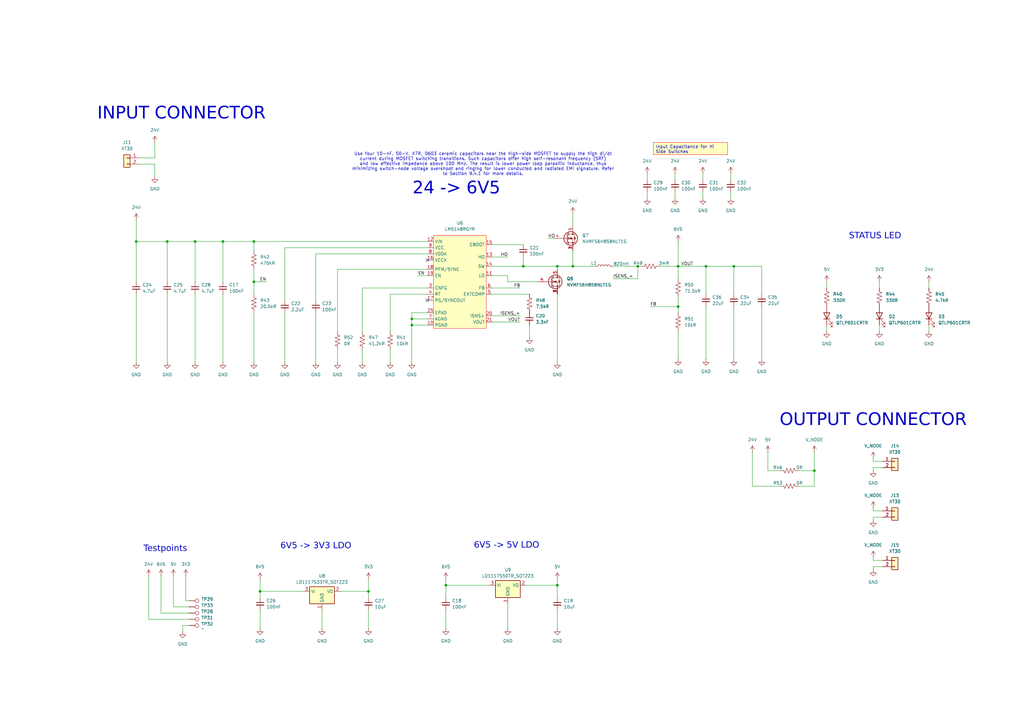
<source format=kicad_sch>
(kicad_sch (version 20231120) (generator "eeschema") (generator_version "8.0")
  (paper "A3")
  (title_block (title "${SHEETNAME}") (date "2024-12-16") (rev "1.0.0") (company "Demeter") (comment 1 "Akshat Doctor"))
  (lib_symbols
    (symbol "Connector:TestPoint" (pin_numbers hide) (pin_names (offset 0.762) hide)
      (property "Reference" "TP" (at 0 6.858 0))
      (property "Value" "TestPoint" (at 0 5.08 0))
      (symbol "TestPoint_0_1"
        (circle (center 0 3.302) (radius 0.762))
      )
      (symbol "TestPoint_1_1"
        (pin passive line (at 0 0 90) (length 2.54) (name "1") (number "1"))
      )
    )
    (symbol "Connector_Generic:Conn_01x02" (pin_names (offset 1.016) hide)
      (property "Reference" "J" (at 0 2.54 0))
      (property "Value" "Conn_01x02" (at 0 -5.08 0))
      (symbol "Conn_01x02_1_1"
        (rectangle (start -1.27 -2.413) (end 0 -2.667) (stroke (width 0.1524)))
        (rectangle (start -1.27 0.127) (end 0 -0.127) (stroke (width 0.1524)))
        (rectangle (start -1.27 1.27) (end 1.27 -3.81) (stroke (width 0.254)) (fill (type background)))
        (pin passive line (at -5.08 0 0) (length 3.81) (name "Pin_1") (number "1"))
        (pin passive line (at -5.08 -2.54 0) (length 3.81) (name "Pin_2") (number "2"))
      )
    )
    (symbol "Demeter_Extra:LM5148"
      (property "Reference" "U" (at 7.62 41.91 0))
      (property "Value" "LM5148RGYR" (at 7.62 39.37 0))
      (symbol "LM5148_1_1"
        (rectangle (start 0 38.1) (end 21.59 0) (stroke (width 0) (color 255 0 0 1)) (fill (type background)))
        (pin no_connect line (at -3.81 -8.89 0) (length 2.54) hide (name "NC") (number "1"))
        (pin passive line (at -2.54 1.27 0) (length 2.54) (name "PGND") (number "10"))
        (pin passive line (at 24.13 21.59 180) (length 2.54) (name "LO") (number "11"))
        (pin passive line (at -2.54 35.56 0) (length 2.54) (name "VIN") (number "12"))
        (pin passive line (at 24.13 29.21 180) (length 2.54) (name "HO") (number "13"))
        (pin passive line (at 24.13 25.4 180) (length 2.54) (name "SW") (number "14"))
        (pin passive line (at 24.13 34.29 180) (length 2.54) (name "CBOOT") (number "15"))
        (pin passive line (at -2.54 27.94 0) (length 2.54) (name "VCCX") (number "16"))
        (pin passive line (at -2.54 11.43 0) (length 2.54) (name "PG/SYNCOUT") (number "17"))
        (pin passive line (at -2.54 24.13 0) (length 2.54) (name "PFM/SYNC") (number "18"))
        (pin passive line (at -2.54 21.59 0) (length 2.54) (name "EN") (number "19"))
        (pin no_connect line (at -2.54 -11.43 0) (length 2.54) hide (name "NC") (number "2"))
        (pin passive line (at 24.13 5.08 180) (length 2.54) (name "ISNS+") (number "20"))
        (pin passive line (at 24.13 2.54 180) (length 2.54) (name "VOUT") (number "21"))
        (pin no_connect line (at -2.54 -15.24 0) (length 2.54) hide (name "NC") (number "22"))
        (pin no_connect line (at -2.54 -17.78 0) (length 2.54) hide (name "NC") (number "23"))
        (pin no_connect line (at -2.54 -20.32 0) (length 2.54) hide (name "NC") (number "24"))
        (pin passive line (at -2.54 6.35 0) (length 2.54) (name "EPAD") (number "25"))
        (pin passive line (at -2.54 16.51 0) (length 2.54) (name "CNFG") (number "3"))
        (pin passive line (at -2.54 13.97 0) (length 2.54) (name "RT") (number "4"))
        (pin passive line (at 24.13 13.97 180) (length 2.54) (name "EXTCOMP") (number "5"))
        (pin passive line (at 24.13 16.51 180) (length 2.54) (name "FB") (number "6"))
        (pin passive line (at -2.54 3.81 0) (length 2.54) (name "AGND") (number "7"))
        (pin passive line (at -2.54 30.48 0) (length 2.54) (name "VDDA") (number "8"))
        (pin passive line (at -2.54 33.02 0) (length 2.54) (name "VCC") (number "9"))
      )
    )
    (symbol "Demeter_Extra:NVMFS6H858NLT1G"
      (property "Reference" "Q" (at 7.62 16.51 0))
      (property "Value" "NVMFS6H858NLT1G" (at 7.62 13.97 0))
      (symbol "NVMFS6H858NLT1G_0_1"
        (polyline (pts (xy 5.334 0) (xy 2.54 0)))
        (polyline (pts (xy 5.334 1.905) (xy 5.334 -1.905)) (stroke (width 0.254)))
        (polyline (pts (xy 5.842 -1.27) (xy 5.842 -2.286)) (stroke (width 0.254)))
        (polyline (pts (xy 5.842 0.508) (xy 5.842 -0.508)) (stroke (width 0.254)))
        (polyline (pts (xy 5.842 2.286) (xy 5.842 1.27)) (stroke (width 0.254)))
        (polyline (pts (xy 7.62 2.54) (xy 7.62 1.778)))
        (polyline (pts (xy 7.62 -2.54) (xy 7.62 0) (xy 5.842 0)))
        (polyline (pts (xy 5.842 -1.778) (xy 8.382 -1.778) (xy 8.382 1.778) (xy 5.842 1.778)))
        (polyline (pts (xy 6.096 0) (xy 7.112 0.381) (xy 7.112 -0.381) (xy 6.096 0)) (fill (type outline)))
        (polyline (pts (xy 7.874 0.508) (xy 8.001 0.381) (xy 8.763 0.381) (xy 8.89 0.254)))
        (polyline (pts (xy 8.382 0.381) (xy 8.001 -0.254) (xy 8.763 -0.254) (xy 8.382 0.381)))
        (circle (center 6.731 0) (radius 2.794) (stroke (width 0.254)))
        (circle (center 7.62 -1.778) (radius 0.254) (fill (type outline)))
        (circle (center 7.62 1.778) (radius 0.254) (fill (type outline)))
      )
      (symbol "NVMFS6H858NLT1G_1_1"
        (pin passive line (at 7.62 -5.08 90) (length 2.54) (name "") (number "1"))
        (pin passive line (at 7.62 -5.08 90) (length 2.54) (name "") (number "2"))
        (pin passive line (at 7.62 -5.08 90) (length 2.54) (name "") (number "3"))
        (pin input line (at 0 0 0) (length 2.54) (name "") (number "4"))
        (pin passive line (at 7.62 5.08 270) (length 2.54) (name "") (number "5"))
      )
    )
    (symbol "Device:C_Small" (pin_numbers hide) (pin_names (offset 0.254) hide)
      (property "Reference" "C" (at 0.254 1.778 0))
      (property "Value" "C_Small" (at 0.254 -2.032 0))
      (symbol "C_Small_0_1"
        (polyline (pts (xy -1.524 -0.508) (xy 1.524 -0.508)) (stroke (width 0.3302)))
        (polyline (pts (xy -1.524 0.508) (xy 1.524 0.508)) (stroke (width 0.3048)))
      )
      (symbol "C_Small_1_1"
        (pin passive line (at 0 2.54 270) (length 2.032) (name "~") (number "1"))
        (pin passive line (at 0 -2.54 90) (length 2.032) (name "~") (number "2"))
      )
    )
    (symbol "Device:L" (pin_numbers hide) (pin_names (offset 1.016) hide)
      (property "Reference" "L" (at -1.27 0 90))
      (property "Value" "L" (at 1.905 0 90))
      (symbol "L_0_1"
        (arc (start 0 -2.54) (mid 0.6323 -1.905) (end 0 -1.27))
        (arc (start 0 -1.27) (mid 0.6323 -0.635) (end 0 0))
        (arc (start 0 0) (mid 0.6323 0.635) (end 0 1.27))
        (arc (start 0 1.27) (mid 0.6323 1.905) (end 0 2.54))
      )
      (symbol "L_1_1"
        (pin passive line (at 0 3.81 270) (length 1.27) (name "1") (number "1"))
        (pin passive line (at 0 -3.81 90) (length 1.27) (name "2") (number "2"))
      )
    )
    (symbol "Device:LED" (pin_numbers hide) (pin_names (offset 1.016) hide)
      (property "Reference" "D" (at 0 2.54 0))
      (property "Value" "LED" (at 0 -2.54 0))
      (symbol "LED_0_1"
        (polyline (pts (xy -1.27 -1.27) (xy -1.27 1.27)) (stroke (width 0.254)))
        (polyline (pts (xy -1.27 0) (xy 1.27 0)))
        (polyline (pts (xy 1.27 -1.27) (xy 1.27 1.27) (xy -1.27 0) (xy 1.27 -1.27)) (stroke (width 0.254)))
        (polyline (pts (xy -3.048 -0.762) (xy -4.572 -2.286) (xy -3.81 -2.286) (xy -4.572 -2.286) (xy -4.572 -1.524)))
        (polyline (pts (xy -1.778 -0.762) (xy -3.302 -2.286) (xy -2.54 -2.286) (xy -3.302 -2.286) (xy -3.302 -1.524)))
      )
      (symbol "LED_1_1"
        (pin passive line (at -3.81 0 0) (length 2.54) (name "K") (number "1"))
        (pin passive line (at 3.81 0 180) (length 2.54) (name "A") (number "2"))
      )
    )
    (symbol "Device:R_US" (pin_numbers hide) (pin_names (offset 0))
      (property "Reference" "R" (at 2.54 0 90))
      (property "Value" "R_US" (at -2.54 0 90))
      (symbol "R_US_0_1"
        (polyline (pts (xy 0 -2.286) (xy 0 -2.54)))
        (polyline (pts (xy 0 2.286) (xy 0 2.54)))
        (polyline (pts (xy 0 -0.762) (xy 1.016 -1.143) (xy 0 -1.524) (xy -1.016 -1.905) (xy 0 -2.286)))
        (polyline (pts (xy 0 0.762) (xy 1.016 0.381) (xy 0 0) (xy -1.016 -0.381) (xy 0 -0.762)))
        (polyline (pts (xy 0 2.286) (xy 1.016 1.905) (xy 0 1.524) (xy -1.016 1.143) (xy 0 0.762)))
      )
      (symbol "R_US_1_1"
        (pin passive line (at 0 3.81 270) (length 1.27) (name "~") (number "1"))
        (pin passive line (at 0 -3.81 90) (length 1.27) (name "~") (number "2"))
      )
    )
    (symbol "Regulator_Linear:LD1117S33TR_SOT223"
      (property "Reference" "U" (at -3.81 3.175 0))
      (property "Value" "LD1117S33TR_SOT223" (at 0 3.175 0))
      (symbol "LD1117S33TR_SOT223_0_1"
        (rectangle (start -5.08 -5.08) (end 5.08 1.905) (stroke (width 0.254)) (fill (type background)))
      )
      (symbol "LD1117S33TR_SOT223_1_1"
        (pin power_in line (at 0 -7.62 90) (length 2.54) (name "GND") (number "1"))
        (pin power_out line (at 7.62 0 180) (length 2.54) (name "VO") (number "2"))
        (pin power_in line (at -7.62 0 0) (length 2.54) (name "VI") (number "3"))
      )
    )
    (symbol "Regulator_Linear:LD1117S50TR_SOT223"
      (property "Reference" "U" (at -3.81 3.175 0))
      (property "Value" "LD1117S50TR_SOT223" (at 0 3.175 0))
      (symbol "LD1117S50TR_SOT223_0_1"
        (rectangle (start -5.08 -5.08) (end 5.08 1.905) (stroke (width 0.254)) (fill (type background)))
      )
      (symbol "LD1117S50TR_SOT223_1_1"
        (pin power_in line (at 0 -7.62 90) (length 2.54) (name "GND") (number "1"))
        (pin power_out line (at 7.62 0 180) (length 2.54) (name "VO") (number "2"))
        (pin power_in line (at -7.62 0 0) (length 2.54) (name "VI") (number "3"))
      )
    )
    (symbol "power:GND" (power) (pin_numbers hide) (pin_names (offset 0) hide)
      (property "Value" "GND" (at 0 -3.81 0))
      (symbol "GND_0_1"
        (polyline (pts (xy 0 0) (xy 0 -1.27) (xy 1.27 -1.27) (xy 0 -2.54) (xy -1.27 -1.27) (xy 0 -1.27)))
      )
      (symbol "GND_1_1"
        (pin power_in line (at 0 0 270) (length 0) (name "~") (number "1"))
      )
    )
    (symbol "power:VBUS" (power) (pin_numbers hide) (pin_names (offset 0) hide)
      (property "Value" "VBUS" (at 0 3.556 0))
      (symbol "VBUS_0_1"
        (polyline (pts (xy -0.762 1.27) (xy 0 2.54)))
        (polyline (pts (xy 0 0) (xy 0 2.54)))
        (polyline (pts (xy 0 2.54) (xy 0.762 1.27)))
      )
      (symbol "VBUS_1_1"
        (pin power_in line (at 0 0 90) (length 0) (name "~") (number "1"))
      )
    )
  )
  (junction (at 278.13 125.73))
  (junction (at 91.44 99.06))
  (junction (at 168.91 130.81))
  (junction (at 80.01 99.06))
  (junction (at 214.63 109.22))
  (junction (at 104.14 115.57))
  (junction (at 261.62 109.22))
  (junction (at 228.6 109.22))
  (junction (at 104.14 99.06))
  (junction (at 289.56 109.22))
  (junction (at 300.99 109.22))
  (junction (at 234.95 109.22))
  (junction (at 151.13 242.57))
  (junction (at 106.68 242.57))
  (junction (at 182.88 240.03))
  (junction (at 55.88 99.06))
  (junction (at 334.01 193.04))
  (junction (at 228.6 240.03))
  (junction (at 168.91 133.35))
  (junction (at 68.58 99.06))
  (junction (at 278.13 109.22))
  (no_connect (at 175.26 106.68))
  (no_connect (at 175.26 123.19))
  (wire (pts (xy 71.12 236.22) (xy 71.12 248.92)))
  (wire (pts (xy 80.01 120.65) (xy 80.01 148.59)))
  (wire (pts (xy 148.59 118.11) (xy 148.59 135.89)))
  (wire (pts (xy 104.14 128.27) (xy 104.14 148.59)))
  (wire (pts (xy 168.91 130.81) (xy 168.91 133.35)))
  (wire (pts (xy 334.01 193.04) (xy 334.01 185.42)))
  (wire (pts (xy 138.43 135.89) (xy 138.43 110.49)))
  (wire (pts (xy 68.58 99.06) (xy 68.58 115.57)))
  (wire (pts (xy 201.93 109.22) (xy 214.63 109.22)))
  (wire (pts (xy 228.6 250.19) (xy 228.6 257.81)))
  (wire (pts (xy 160.02 143.51) (xy 160.02 148.59)))
  (wire (pts (xy 168.91 128.27) (xy 168.91 130.81)))
  (wire (pts (xy 214.63 109.22) (xy 228.6 109.22)))
  (wire (pts (xy 278.13 125.73) (xy 278.13 128.27)))
  (wire (pts (xy 160.02 120.65) (xy 175.26 120.65)))
  (wire (pts (xy 215.9 240.03) (xy 228.6 240.03)))
  (wire (pts (xy 104.14 99.06) (xy 175.26 99.06)))
  (wire (pts (xy 148.59 118.11) (xy 175.26 118.11)))
  (wire (pts (xy 334.01 193.04) (xy 334.01 199.39)))
  (wire (pts (xy 278.13 99.06) (xy 278.13 109.22)))
  (wire (pts (xy 106.68 237.49) (xy 106.68 242.57)))
  (wire (pts (xy 139.7 242.57) (xy 151.13 242.57)))
  (wire (pts (xy 358.14 187.96) (xy 358.14 189.23)))
  (wire (pts (xy 68.58 120.65) (xy 68.58 148.59)))
  (wire (pts (xy 261.62 109.22) (xy 262.89 109.22)))
  (wire (pts (xy 339.09 115.57) (xy 339.09 118.11)))
  (wire (pts (xy 171.45 113.03) (xy 175.26 113.03)))
  (wire (pts (xy 76.2 236.22) (xy 76.2 246.38)))
  (wire (pts (xy 116.84 128.27) (xy 116.84 148.59)))
  (wire (pts (xy 358.14 191.77) (xy 358.14 193.04)))
  (wire (pts (xy 129.54 123.19) (xy 129.54 104.14)))
  (wire (pts (xy 77.47 246.38) (xy 76.2 246.38)))
  (wire (pts (xy 80.01 99.06) (xy 91.44 99.06)))
  (wire (pts (xy 129.54 104.14) (xy 175.26 104.14)))
  (wire (pts (xy 129.54 128.27) (xy 129.54 148.59)))
  (wire (pts (xy 339.09 133.35) (xy 339.09 135.89)))
  (wire (pts (xy 57.15 67.31) (xy 63.5 67.31)))
  (wire (pts (xy 234.95 87.63) (xy 234.95 92.71)))
  (wire (pts (xy 312.42 109.22) (xy 312.42 120.65)))
  (wire (pts (xy 360.68 133.35) (xy 360.68 135.89)))
  (wire (pts (xy 138.43 143.51) (xy 138.43 148.59)))
  (wire (pts (xy 182.88 237.49) (xy 182.88 240.03)))
  (wire (pts (xy 261.62 109.22) (xy 261.62 114.3)))
  (wire (pts (xy 278.13 109.22) (xy 289.56 109.22)))
  (wire (pts (xy 234.95 102.87) (xy 234.95 109.22)))
  (wire (pts (xy 91.44 99.06) (xy 104.14 99.06)))
  (wire (pts (xy 300.99 125.73) (xy 300.99 147.32)))
  (wire (pts (xy 361.95 189.23) (xy 358.14 189.23)))
  (wire (pts (xy 214.63 105.41) (xy 214.63 109.22)))
  (wire (pts (xy 138.43 110.49) (xy 175.26 110.49)))
  (wire (pts (xy 361.95 229.87) (xy 358.14 229.87)))
  (wire (pts (xy 361.95 191.77) (xy 358.14 191.77)))
  (wire (pts (xy 381 133.35) (xy 381 135.89)))
  (wire (pts (xy 360.68 115.57) (xy 360.68 118.11)))
  (wire (pts (xy 289.56 125.73) (xy 289.56 147.32)))
  (wire (pts (xy 104.14 115.57) (xy 104.14 120.65)))
  (wire (pts (xy 55.88 99.06) (xy 68.58 99.06)))
  (wire (pts (xy 361.95 212.09) (xy 358.14 212.09)))
  (wire (pts (xy 201.93 113.03) (xy 208.28 113.03)))
  (wire (pts (xy 74.93 256.54) (xy 74.93 259.08)))
  (wire (pts (xy 66.04 236.22) (xy 66.04 251.46)))
  (wire (pts (xy 55.88 99.06) (xy 55.88 115.57)))
  (wire (pts (xy 299.72 78.74) (xy 299.72 81.28)))
  (wire (pts (xy 201.93 105.41) (xy 208.28 105.41)))
  (wire (pts (xy 308.61 199.39) (xy 320.04 199.39)))
  (wire (pts (xy 151.13 250.19) (xy 151.13 257.81)))
  (wire (pts (xy 266.7 125.73) (xy 278.13 125.73)))
  (wire (pts (xy 228.6 109.22) (xy 228.6 110.49)))
  (wire (pts (xy 104.14 115.57) (xy 109.22 115.57)))
  (wire (pts (xy 80.01 99.06) (xy 80.01 115.57)))
  (wire (pts (xy 148.59 148.59) (xy 148.59 143.51)))
  (wire (pts (xy 217.17 133.35) (xy 217.17 138.43)))
  (wire (pts (xy 160.02 120.65) (xy 160.02 135.89)))
  (wire (pts (xy 265.43 71.12) (xy 265.43 73.66)))
  (wire (pts (xy 201.93 129.54) (xy 213.36 129.54)))
  (wire (pts (xy 358.14 228.6) (xy 358.14 229.87)))
  (wire (pts (xy 60.96 236.22) (xy 60.96 254)))
  (wire (pts (xy 234.95 109.22) (xy 243.84 109.22)))
  (wire (pts (xy 308.61 185.42) (xy 308.61 199.39)))
  (wire (pts (xy 66.04 251.46) (xy 77.47 251.46)))
  (wire (pts (xy 151.13 237.49) (xy 151.13 242.57)))
  (wire (pts (xy 201.93 132.08) (xy 213.36 132.08)))
  (wire (pts (xy 327.66 193.04) (xy 334.01 193.04)))
  (wire (pts (xy 201.93 118.11) (xy 213.36 118.11)))
  (wire (pts (xy 63.5 67.31) (xy 63.5 72.39)))
  (wire (pts (xy 106.68 250.19) (xy 106.68 257.81)))
  (wire (pts (xy 276.86 71.12) (xy 276.86 73.66)))
  (wire (pts (xy 361.95 232.41) (xy 358.14 232.41)))
  (wire (pts (xy 208.28 247.65) (xy 208.28 257.81)))
  (wire (pts (xy 132.08 250.19) (xy 132.08 257.81)))
  (wire (pts (xy 314.96 185.42) (xy 314.96 193.04)))
  (wire (pts (xy 208.28 115.57) (xy 220.98 115.57)))
  (wire (pts (xy 327.66 199.39) (xy 334.01 199.39)))
  (wire (pts (xy 175.26 128.27) (xy 168.91 128.27)))
  (wire (pts (xy 288.29 71.12) (xy 288.29 73.66)))
  (wire (pts (xy 228.6 109.22) (xy 234.95 109.22)))
  (wire (pts (xy 116.84 101.6) (xy 116.84 123.19)))
  (wire (pts (xy 289.56 109.22) (xy 300.99 109.22)))
  (wire (pts (xy 106.68 242.57) (xy 124.46 242.57)))
  (wire (pts (xy 57.15 64.77) (xy 63.5 64.77)))
  (wire (pts (xy 251.46 109.22) (xy 261.62 109.22)))
  (wire (pts (xy 278.13 135.89) (xy 278.13 147.32)))
  (wire (pts (xy 314.96 193.04) (xy 320.04 193.04)))
  (wire (pts (xy 214.63 100.33) (xy 201.93 100.33)))
  (wire (pts (xy 201.93 120.65) (xy 217.17 120.65)))
  (wire (pts (xy 278.13 121.92) (xy 278.13 125.73)))
  (wire (pts (xy 104.14 110.49) (xy 104.14 115.57)))
  (wire (pts (xy 312.42 125.73) (xy 312.42 147.32)))
  (wire (pts (xy 182.88 240.03) (xy 182.88 245.11)))
  (wire (pts (xy 224.79 97.79) (xy 227.33 97.79)))
  (wire (pts (xy 91.44 120.65) (xy 91.44 148.59)))
  (wire (pts (xy 358.14 212.09) (xy 358.14 213.36)))
  (wire (pts (xy 208.28 113.03) (xy 208.28 115.57)))
  (wire (pts (xy 77.47 256.54) (xy 74.93 256.54)))
  (wire (pts (xy 182.88 250.19) (xy 182.88 257.81)))
  (wire (pts (xy 151.13 245.11) (xy 151.13 242.57)))
  (wire (pts (xy 358.14 232.41) (xy 358.14 233.68)))
  (wire (pts (xy 265.43 78.74) (xy 265.43 81.28)))
  (wire (pts (xy 228.6 120.65) (xy 228.6 148.59)))
  (wire (pts (xy 228.6 240.03) (xy 228.6 245.11)))
  (wire (pts (xy 228.6 237.49) (xy 228.6 240.03)))
  (wire (pts (xy 289.56 109.22) (xy 289.56 120.65)))
  (wire (pts (xy 358.14 208.28) (xy 358.14 209.55)))
  (wire (pts (xy 361.95 209.55) (xy 358.14 209.55)))
  (wire (pts (xy 300.99 109.22) (xy 300.99 120.65)))
  (wire (pts (xy 91.44 99.06) (xy 91.44 115.57)))
  (wire (pts (xy 251.46 114.3) (xy 261.62 114.3)))
  (wire (pts (xy 182.88 240.03) (xy 200.66 240.03)))
  (wire (pts (xy 77.47 248.92) (xy 71.12 248.92)))
  (wire (pts (xy 381 115.57) (xy 381 118.11)))
  (wire (pts (xy 270.51 109.22) (xy 278.13 109.22)))
  (wire (pts (xy 106.68 245.11) (xy 106.68 242.57)))
  (wire (pts (xy 60.96 254) (xy 77.47 254)))
  (wire (pts (xy 276.86 78.74) (xy 276.86 81.28)))
  (wire (pts (xy 55.88 120.65) (xy 55.88 148.59)))
  (wire (pts (xy 300.99 109.22) (xy 312.42 109.22)))
  (wire (pts (xy 116.84 101.6) (xy 175.26 101.6)))
  (wire (pts (xy 55.88 90.17) (xy 55.88 99.06)))
  (wire (pts (xy 104.14 99.06) (xy 104.14 102.87)))
  (wire (pts (xy 278.13 109.22) (xy 278.13 114.3)))
  (wire (pts (xy 168.91 133.35) (xy 168.91 148.59)))
  (wire (pts (xy 168.91 130.81) (xy 175.26 130.81)))
  (wire (pts (xy 68.58 99.06) (xy 80.01 99.06)))
  (wire (pts (xy 168.91 133.35) (xy 175.26 133.35)))
  (wire (pts (xy 63.5 58.42) (xy 63.5 64.77)))
  (wire (pts (xy 299.72 71.12) (xy 299.72 73.66)))
  (wire (pts (xy 288.29 78.74) (xy 288.29 81.28)))
  (text_box "Input Capacitance for Hi Side Switches" (at 267.97 58.42 0) (size 30.48 5.08) (stroke (width 0) (color 255 0 0 1)) (fill (type color) (color 255 255 194 1)) (effects (font (size 1.27 1.27)) (justify left top)))
  (text "Use four 10-nF, 50-V, X7R, 0603 ceramic capacitors near the high-side MOSFET to supply the high di/dt\ncurrent during MOSFET switching transitions. Such capacitors offer high self-resonant frequency (SRF)\nand low effective impedance above 100 MHz. The result is lower power loop parasitic inductance, thus\nminimizing switch-node voltage overshoot and ringing for lower conducted and radiated EMI signature. Refer\nto Section 9.4.1 for more details." (at 198.12 67.31 0) (effects (font (size 1.27 1.27))))
  (text "Testpoints\n" (exclude_from_sim yes) (at 67.818 225.806 0) (effects (font (size 2.54 2.54))))
  (text "6V5 -> 3V3 LDO\n\n" (exclude_from_sim yes) (at 129.54 226.822 0) (effects (font (size 2.54 2.54))))
  (text "OUTPUT CONNECTOR\n" (at 358.14 173.736 0) (effects (font (size 5.08 5.08))))
  (text "INPUT CONNECTOR\n" (at 74.422 48.006 0) (effects (font (size 5.08 5.08))))
  (text "24 -> 6V5\n" (at 187.198 78.74 0) (effects (font (size 5.08 5.08))))
  (text "STATUS LED\n" (exclude_from_sim yes) (at 358.902 97.536 0) (effects (font (size 2.54 2.54))))
  (text "6V5 -> 5V LDO\n\n" (exclude_from_sim yes) (at 207.772 226.568 0) (effects (font (size 2.54 2.54))))
  (label "ISENS_+" (at 251.46 114.3 0))
  (label "ISENS_+" (at 213.36 129.54 180))
  (label "EN" (at 109.22 115.57 180))
  (label "VOUT" (at 213.36 132.08 180))
  (label "FB" (at 266.7 125.73 0))
  (label "EN" (at 171.45 113.03 0))
  (label "FB" (at 213.36 118.11 180))
  (label "VOUT" (at 279.4 109.22 0))
  (label "HO" (at 224.79 97.79 0))
  (label "HO" (at 208.28 105.41 180))
  (symbol (lib_id "Device:C_Small") (at 265.43 76.2 0) (unit 1)
    (property "Reference" "C29" (at 267.97 74.9362 0) (effects (justify left)))
    (property "Value" "100nF" (at 267.97 77.4762 0) (effects (justify left)))
    (property "Footprint" "Capacitor_SMD:C_0402_1005Metric" (effects (hide yes)))
    (property "Description" "Unpolarized capacitor, small symbol" (effects (hide yes)))
    (property "Part Number" "CL31B104KCFNNNE" (effects (hide yes)))
  )
  (symbol (lib_id "power:VBUS") (at 360.68 115.57 0) (mirror y) (unit 1)
    (property "Reference" "#PWR093" (effects (hide yes)))
    (property "Value" "3V3" (at 360.68 110.49 0))
    (property "Description" "Power symbol creates a global label with name \"VBUS\"" (effects (hide yes)))
  )
  (symbol (lib_id "Device:R_US") (at 266.7 109.22 90) (unit 1)
    (property "Reference" "R49" (at 261.62 107.95 90))
    (property "Value" "3mR" (at 272.288 107.95 90))
    (property "Footprint" "Resistor_SMD:R_0805_2012Metric" (effects (hide yes)))
    (property "Description" "Resistor, US symbol" (effects (hide yes)))
    (property "Part Number" "PA0805FRF070R003L" (effects (hide yes)))
  )
  (symbol (lib_id "power:VBUS") (at 228.6 237.49 0) (mirror y) (unit 1)
    (property "Reference" "#PWR076" (effects (hide yes)))
    (property "Value" "5V" (at 228.6 232.41 0))
    (property "Description" "Power symbol creates a global label with name \"VBUS\"" (effects (hide yes)))
  )
  (symbol (lib_id "power:VBUS") (at 278.13 99.06 0) (unit 1)
    (property "Reference" "#PWR090" (effects (hide yes)))
    (property "Value" "6V5" (at 278.13 93.98 0))
    (property "Description" "Power symbol creates a global label with name \"VBUS\"" (effects (hide yes)))
  )
  (symbol (lib_id "power:GND") (at 74.93 259.08 0) (mirror y) (unit 1)
    (property "Reference" "#PWR0179" (effects (hide yes)))
    (property "Value" "GND" (at 74.93 264.16 0))
    (property "Description" "Power symbol creates a global label with name \"GND\" , ground" (effects (hide yes)))
  )
  (symbol (lib_id "Device:C_Small") (at 106.68 247.65 0) (unit 1)
    (property "Reference" "C26" (at 109.22 246.3862 0) (effects (justify left)))
    (property "Value" "100nF" (at 109.22 248.9262 0) (effects (justify left)))
    (property "Footprint" "Capacitor_SMD:C_1206_3216Metric" (effects (hide yes)))
    (property "Description" "Unpolarized capacitor, small symbol" (effects (hide yes)))
    (property "Part Number" "CL31B104KCFNNNE" (effects (hide yes)))
  )
  (symbol (lib_id "Device:C_Small") (at 80.01 118.11 0) (unit 1)
    (property "Reference" "C28" (at 82.55 116.8462 0) (effects (justify left)))
    (property "Value" "4.7uF" (at 82.55 119.3862 0) (effects (justify left)))
    (property "Footprint" "Capacitor_SMD:C_1210_3225Metric" (effects (hide yes)))
    (property "Description" "Unpolarized capacitor, small symbol" (effects (hide yes)))
    (property "Part Number" "CL32Y475MCIVPNE" (effects (hide yes)))
  )
  (symbol (lib_id "power:VBUS") (at 358.14 228.6 0) (unit 1)
    (property "Reference" "#PWR0126" (effects (hide yes)))
    (property "Value" "V_NODE" (at 358.14 223.52 0))
    (property "Description" "Power symbol creates a global label with name \"VBUS\"" (effects (hide yes)))
  )
  (symbol (lib_id "power:GND") (at 182.88 257.81 0) (unit 1)
    (property "Reference" "#PWR077" (effects (hide yes)))
    (property "Value" "GND" (at 182.88 262.89 0))
    (property "Description" "Power symbol creates a global label with name \"GND\" , ground" (effects (hide yes)))
  )
  (symbol (lib_id "power:VBUS") (at 265.43 71.12 0) (mirror y) (unit 1)
    (property "Reference" "#PWR0109" (effects (hide yes)))
    (property "Value" "24V" (at 265.43 66.04 0))
    (property "Description" "Power symbol creates a global label with name \"VBUS\"" (effects (hide yes)))
  )
  (symbol (lib_id "Connector:TestPoint") (at 77.47 256.54 270) (unit 1)
    (property "Reference" "TP32" (at 82.55 255.9049 90) (effects (justify left)))
    (property "Value" "~" (at 82.55 257.81 90) (effects (justify left)))
    (property "Footprint" "TestPoint:TestPoint_Pad_D1.0mm" (effects (hide yes)))
    (property "Description" "test point" (effects (hide yes)))
  )
  (symbol (lib_id "Connector_Generic:Conn_01x02") (at 367.03 229.87 0) (unit 1)
    (property "Reference" "J15" (at 367.03 223.52 0))
    (property "Value" "XT30" (at 367.03 226.06 0))
    (property "Footprint" "DEMETER_LIB:XT30" (effects (hide yes)))
    (property "Description" "Generic connector, single row, 01x02, script generated (kicad-library-utils/schlib/autogen/connector/)" (effects (hide yes)))
    (property "Part Number" "XT30" (effects (hide yes)))
  )
  (symbol (lib_id "power:GND") (at 276.86 81.28 0) (unit 1)
    (property "Reference" "#PWR0112" (effects (hide yes)))
    (property "Value" "GND" (at 276.86 86.36 0))
    (property "Description" "Power symbol creates a global label with name \"GND\" , ground" (effects (hide yes)))
  )
  (symbol (lib_id "Device:C_Small") (at 55.88 118.11 0) (unit 1)
    (property "Reference" "C24" (at 58.42 116.8462 0) (effects (justify left)))
    (property "Value" "4.7uF" (at 58.42 119.3862 0) (effects (justify left)))
    (property "Footprint" "Capacitor_SMD:C_1210_3225Metric" (effects (hide yes)))
    (property "Description" "Unpolarized capacitor, small symbol" (effects (hide yes)))
    (property "Part Number" "CL32Y475MCIVPNE" (effects (hide yes)))
  )
  (symbol (lib_id "power:GND") (at 228.6 148.59 0) (unit 1)
    (property "Reference" "#PWR091" (effects (hide yes)))
    (property "Value" "GND" (at 228.6 153.67 0))
    (property "Description" "Power symbol creates a global label with name \"GND\" , ground" (effects (hide yes)))
  )
  (symbol (lib_id "Device:R_US") (at 278.13 132.08 180) (unit 1)
    (property "Reference" "R51" (at 280.67 130.8099 0) (effects (justify right)))
    (property "Value" "10kR" (at 280.67 133.3499 0) (effects (justify right)))
    (property "Footprint" "Resistor_SMD:R_0603_1608Metric" (effects (hide yes)))
    (property "Description" "Resistor, US symbol" (effects (hide yes)))
    (property "Part Number" "RC0603FR-0710KL" (effects (hide yes)))
  )
  (symbol (lib_id "power:VBUS") (at 288.29 71.12 0) (mirror y) (unit 1)
    (property "Reference" "#PWR0113" (effects (hide yes)))
    (property "Value" "24V" (at 288.29 66.04 0))
    (property "Description" "Power symbol creates a global label with name \"VBUS\"" (effects (hide yes)))
  )
  (symbol (lib_id "Device:C_Small") (at 276.86 76.2 0) (unit 1)
    (property "Reference" "C30" (at 279.4 74.9362 0) (effects (justify left)))
    (property "Value" "100nF" (at 279.4 77.4762 0) (effects (justify left)))
    (property "Footprint" "Capacitor_SMD:C_0402_1005Metric" (effects (hide yes)))
    (property "Description" "Unpolarized capacitor, small symbol" (effects (hide yes)))
    (property "Part Number" "CL31B104KCFNNNE" (effects (hide yes)))
  )
  (symbol (lib_id "Regulator_Linear:LD1117S33TR_SOT223") (at 132.08 242.57 0) (unit 1)
    (property "Reference" "U8" (at 132.08 236.22 0))
    (property "Value" "LD1117S33TR_SOT223" (at 132.08 238.76 0))
    (property "Footprint" "Package_TO_SOT_SMD:SOT-223-3_TabPin2" (effects (hide yes)))
    (property "Datasheet" "http://www.st.com/st-web-ui/static/active/en/resource/technical/document/datasheet/CD00000544.pdf" (effects (hide yes)))
    (property "Description" "800mA Fixed Low Drop Positive Voltage Regulator, Fixed Output 3.3V, SOT-223" (effects (hide yes)))
    (property "Part Number" "LD1117S33TR_SOT223" (effects (hide yes)))
  )
  (symbol (lib_id "power:GND") (at 300.99 147.32 0) (unit 1)
    (property "Reference" "#PWR0117" (effects (hide yes)))
    (property "Value" "GND" (at 300.99 152.4 0))
    (property "Description" "Power symbol creates a global label with name \"GND\" , ground" (effects (hide yes)))
  )
  (symbol (lib_id "power:GND") (at 358.14 233.68 0) (mirror y) (unit 1)
    (property "Reference" "#PWR0127" (effects (hide yes)))
    (property "Value" "GND" (at 358.14 238.76 0))
    (property "Description" "Power symbol creates a global label with name \"GND\" , ground" (effects (hide yes)))
  )
  (symbol (lib_id "Device:LED") (at 381 129.54 90) (unit 1)
    (property "Reference" "D3" (at 384.81 129.8574 90) (effects (justify right)))
    (property "Value" "QTLP601CRTR" (at 384.81 132.3974 90) (effects (justify right)))
    (property "Footprint" "LED_SMD:LED_0603_1608Metric" (effects (hide yes)))
    (property "Description" "Light emitting diode" (effects (hide yes)))
    (property "Part Number" "QTLP601CRTR" (effects (hide yes)))
  )
  (symbol (lib_id "Device:C_Small") (at 217.17 130.81 0) (unit 1)
    (property "Reference" "C20" (at 219.71 129.5463 0) (effects (justify left)))
    (property "Value" "3.3nF" (at 219.71 132.0863 0) (effects (justify left)))
    (property "Footprint" "Capacitor_SMD:C_0402_1005Metric" (effects (hide yes)))
    (property "Description" "Unpolarized capacitor, small symbol" (effects (hide yes)))
    (property "Part Number" "CL05B332KA5VPNC" (effects (hide yes)))
  )
  (symbol (lib_id "power:GND") (at 299.72 81.28 0) (unit 1)
    (property "Reference" "#PWR0116" (effects (hide yes)))
    (property "Value" "GND" (at 299.72 86.36 0))
    (property "Description" "Power symbol creates a global label with name \"GND\" , ground" (effects (hide yes)))
  )
  (symbol (lib_id "power:GND") (at 63.5 72.39 0) (unit 1)
    (property "Reference" "#PWR0165" (effects (hide yes)))
    (property "Value" "GND" (at 63.5 77.47 0))
    (property "Description" "Power symbol creates a global label with name \"GND\" , ground" (effects (hide yes)))
  )
  (symbol (lib_id "Device:C_Small") (at 68.58 118.11 0) (unit 1)
    (property "Reference" "C25" (at 71.12 116.8462 0) (effects (justify left)))
    (property "Value" "4.7uF" (at 71.12 119.3862 0) (effects (justify left)))
    (property "Footprint" "Capacitor_SMD:C_1210_3225Metric" (effects (hide yes)))
    (property "Description" "Unpolarized capacitor, small symbol" (effects (hide yes)))
    (property "Part Number" "CL32Y475MCIVPNE" (effects (hide yes)))
  )
  (symbol (lib_id "Connector:TestPoint") (at 77.47 248.92 270) (unit 1)
    (property "Reference" "TP33" (at 82.55 248.2849 90) (effects (justify left)))
    (property "Value" "~" (at 82.55 250.19 90) (effects (justify left)))
    (property "Footprint" "TestPoint:TestPoint_Pad_D1.0mm" (effects (hide yes)))
    (property "Description" "test point" (effects (hide yes)))
  )
  (symbol (lib_id "power:GND") (at 228.6 257.81 0) (unit 1)
    (property "Reference" "#PWR078" (effects (hide yes)))
    (property "Value" "GND" (at 228.6 262.89 0))
    (property "Description" "Power symbol creates a global label with name \"GND\" , ground" (effects (hide yes)))
  )
  (symbol (lib_id "Regulator_Linear:LD1117S50TR_SOT223") (at 208.28 240.03 0) (unit 1)
    (property "Reference" "U9" (at 208.28 233.68 0))
    (property "Value" "LD1117S50TR_SOT223" (at 208.28 236.22 0))
    (property "Footprint" "Package_TO_SOT_SMD:SOT-223-3_TabPin2" (effects (hide yes)))
    (property "Datasheet" "http://www.st.com/st-web-ui/static/active/en/resource/technical/document/datasheet/CD00000544.pdf" (effects (hide yes)))
    (property "Description" "800mA Fixed Low Drop Positive Voltage Regulator, Fixed Output 5.0V, SOT-223" (effects (hide yes)))
    (property "Part Number" "LD1117S50TR_SOT223" (effects (hide yes)))
  )
  (symbol (lib_id "power:VBUS") (at 106.68 237.49 0) (unit 1)
    (property "Reference" "#PWR095" (effects (hide yes)))
    (property "Value" "6V5" (at 106.68 232.41 0))
    (property "Description" "Power symbol creates a global label with name \"VBUS\"" (effects (hide yes)))
  )
  (symbol (lib_id "power:VBUS") (at 276.86 71.12 0) (mirror y) (unit 1)
    (property "Reference" "#PWR0111" (effects (hide yes)))
    (property "Value" "24V" (at 276.86 66.04 0))
    (property "Description" "Power symbol creates a global label with name \"VBUS\"" (effects (hide yes)))
  )
  (symbol (lib_id "power:GND") (at 116.84 148.59 0) (unit 1)
    (property "Reference" "#PWR089" (effects (hide yes)))
    (property "Value" "GND" (at 116.84 153.67 0))
    (property "Description" "Power symbol creates a global label with name \"GND\" , ground" (effects (hide yes)))
  )
  (symbol (lib_id "power:GND") (at 160.02 148.59 0) (unit 1)
    (property "Reference" "#PWR084" (effects (hide yes)))
    (property "Value" "GND" (at 160.02 153.67 0))
    (property "Description" "Power symbol creates a global label with name \"GND\" , ground" (effects (hide yes)))
  )
  (symbol (lib_id "Device:C_Small") (at 151.13 247.65 0) (unit 1)
    (property "Reference" "C27" (at 153.67 246.3862 0) (effects (justify left)))
    (property "Value" "10uF" (at 153.67 248.9262 0) (effects (justify left)))
    (property "Footprint" "Capacitor_SMD:C_1210_3225Metric" (effects (hide yes)))
    (property "Description" "Unpolarized capacitor, small symbol" (effects (hide yes)))
    (property "Part Number" "CL32B106KMVNNWE" (effects (hide yes)))
  )
  (symbol (lib_id "power:VBUS") (at 314.96 185.42 0) (unit 1)
    (property "Reference" "#PWR0128" (effects (hide yes)))
    (property "Value" "5V" (at 314.96 180.34 0))
    (property "Description" "Power symbol creates a global label with name \"VBUS\"" (effects (hide yes)))
  )
  (symbol (lib_id "power:VBUS") (at 381 115.57 0) (mirror y) (unit 1)
    (property "Reference" "#PWR012" (effects (hide yes)))
    (property "Value" "24V" (at 381 110.49 0))
    (property "Description" "Power symbol creates a global label with name \"VBUS\"" (effects (hide yes)))
  )
  (symbol (lib_id "Device:C_Small") (at 300.99 123.19 0) (unit 1)
    (property "Reference" "C34" (at 303.53 121.9262 0) (effects (justify left)))
    (property "Value" "22uF" (at 303.53 124.4662 0) (effects (justify left)))
    (property "Footprint" "Capacitor_SMD:C_0805_2012Metric" (effects (hide yes)))
    (property "Description" "Unpolarized capacitor, small symbol" (effects (hide yes)))
    (property "Part Number" "CL21A226MAYNNNE" (effects (hide yes)))
  )
  (symbol (lib_id "power:GND") (at 278.13 147.32 0) (unit 1)
    (property "Reference" "#PWR092" (effects (hide yes)))
    (property "Value" "GND" (at 278.13 152.4 0))
    (property "Description" "Power symbol creates a global label with name \"GND\" , ground" (effects (hide yes)))
  )
  (symbol (lib_id "Device:LED") (at 360.68 129.54 90) (unit 1)
    (property "Reference" "D2" (at 364.49 129.8574 90) (effects (justify right)))
    (property "Value" "QTLP601CRTR" (at 364.49 132.3974 90) (effects (justify right)))
    (property "Footprint" "LED_SMD:LED_0603_1608Metric" (effects (hide yes)))
    (property "Description" "Light emitting diode" (effects (hide yes)))
    (property "Part Number" "QTLP601CRTR" (effects (hide yes)))
  )
  (symbol (lib_id "power:VBUS") (at 182.88 237.49 0) (unit 1)
    (property "Reference" "#PWR075" (effects (hide yes)))
    (property "Value" "6V5" (at 182.88 232.41 0))
    (property "Description" "Power symbol creates a global label with name \"VBUS\"" (effects (hide yes)))
  )
  (symbol (lib_id "Device:R_US") (at 278.13 118.11 180) (unit 1)
    (property "Reference" "R50" (at 280.67 116.8399 0) (effects (justify right)))
    (property "Value" "71.5kR" (at 280.67 119.3799 0) (effects (justify right)))
    (property "Footprint" "Resistor_SMD:R_0603_1608Metric" (effects (hide yes)))
    (property "Description" "Resistor, US symbol" (effects (hide yes)))
    (property "Part Number" "RC0603FR-0771K5L" (effects (hide yes)))
  )
  (symbol (lib_id "power:GND") (at 312.42 147.32 0) (unit 1)
    (property "Reference" "#PWR0118" (effects (hide yes)))
    (property "Value" "GND" (at 312.42 152.4 0))
    (property "Description" "Power symbol creates a global label with name \"GND\" , ground" (effects (hide yes)))
  )
  (symbol (lib_id "Device:C_Small") (at 228.6 247.65 0) (unit 1)
    (property "Reference" "C19" (at 231.14 246.3862 0) (effects (justify left)))
    (property "Value" "10uF" (at 231.14 248.9262 0) (effects (justify left)))
    (property "Footprint" "Capacitor_SMD:C_1210_3225Metric" (effects (hide yes)))
    (property "Description" "Unpolarized capacitor, small symbol" (effects (hide yes)))
    (property "Part Number" "CL32B106KMVNNWE" (effects (hide yes)))
  )
  (symbol (lib_id "power:GND") (at 217.17 138.43 0) (unit 1)
    (property "Reference" "#PWR087" (effects (hide yes)))
    (property "Value" "GND" (at 217.17 143.51 0))
    (property "Description" "Power symbol creates a global label with name \"GND\" , ground" (effects (hide yes)))
  )
  (symbol (lib_id "power:GND") (at 55.88 148.59 0) (unit 1)
    (property "Reference" "#PWR0105" (effects (hide yes)))
    (property "Value" "GND" (at 55.88 153.67 0))
    (property "Description" "Power symbol creates a global label with name \"GND\" , ground" (effects (hide yes)))
  )
  (symbol (lib_id "Device:C_Small") (at 91.44 118.11 0) (unit 1)
    (property "Reference" "C17" (at 93.98 116.8462 0) (effects (justify left)))
    (property "Value" "100nF" (at 93.98 119.3862 0) (effects (justify left)))
    (property "Footprint" "Capacitor_SMD:C_0402_1005Metric" (effects (hide yes)))
    (property "Description" "Unpolarized capacitor, small symbol" (effects (hide yes)))
    (property "Part Number" "CL31B104KCFNNNE" (effects (hide yes)))
  )
  (symbol (lib_id "power:GND") (at 381 135.89 0) (mirror y) (unit 1)
    (property "Reference" "#PWR098" (effects (hide yes)))
    (property "Value" "GND" (at 381 140.97 0))
    (property "Description" "Power symbol creates a global label with name \"GND\" , ground" (effects (hide yes)))
  )
  (symbol (lib_id "power:GND") (at 106.68 257.81 0) (unit 1)
    (property "Reference" "#PWR099" (effects (hide yes)))
    (property "Value" "GND" (at 106.68 262.89 0))
    (property "Description" "Power symbol creates a global label with name \"GND\" , ground" (effects (hide yes)))
  )
  (symbol (lib_id "Device:C_Small") (at 214.63 102.87 0) (unit 1)
    (property "Reference" "C21" (at 217.17 101.6062 0) (effects (justify left)))
    (property "Value" "100nF" (at 217.17 104.1462 0) (effects (justify left)))
    (property "Footprint" "Capacitor_SMD:C_0402_1005Metric" (effects (hide yes)))
    (property "Description" "Unpolarized capacitor, small symbol" (effects (hide yes)))
    (property "Part Number" "CL31B104KCFNNNE" (effects (hide yes)))
  )
  (symbol (lib_id "power:VBUS") (at 66.04 236.22 0) (unit 1)
    (property "Reference" "#PWR0185" (effects (hide yes)))
    (property "Value" "6V5" (at 66.04 231.394 0))
    (property "Description" "Power symbol creates a global label with name \"VBUS\"" (effects (hide yes)))
  )
  (symbol (lib_id "power:VBUS") (at 334.01 185.42 0) (unit 1)
    (property "Reference" "#PWR0129" (effects (hide yes)))
    (property "Value" "V_NODE" (at 334.01 180.34 0))
    (property "Description" "Power symbol creates a global label with name \"VBUS\"" (effects (hide yes)))
  )
  (symbol (lib_id "power:GND") (at 91.44 148.59 0) (unit 1)
    (property "Reference" "#PWR0108" (effects (hide yes)))
    (property "Value" "GND" (at 91.44 153.67 0))
    (property "Description" "Power symbol creates a global label with name \"GND\" , ground" (effects (hide yes)))
  )
  (symbol (lib_id "Device:R_US") (at 339.09 121.92 180) (unit 1)
    (property "Reference" "R40" (at 341.63 120.6499 0) (effects (justify right)))
    (property "Value" "330R" (at 341.63 123.1899 0) (effects (justify right)))
    (property "Footprint" "Resistor_SMD:R_0402_1005Metric" (effects (hide yes)))
    (property "Description" "Resistor, US symbol" (effects (hide yes)))
    (property "Part Number" "RC0603FR-07330RL" (effects (hide yes)))
  )
  (symbol (lib_id "power:GND") (at 138.43 148.59 0) (unit 1)
    (property "Reference" "#PWR0120" (effects (hide yes)))
    (property "Value" "GND" (at 138.43 153.67 0))
    (property "Description" "Power symbol creates a global label with name \"GND\" , ground" (effects (hide yes)))
  )
  (symbol (lib_id "Device:C_Small") (at 182.88 247.65 0) (unit 1)
    (property "Reference" "C18" (at 185.42 246.3862 0) (effects (justify left)))
    (property "Value" "100nF" (at 185.42 248.9262 0) (effects (justify left)))
    (property "Footprint" "Capacitor_SMD:C_1206_3216Metric" (effects (hide yes)))
    (property "Description" "Unpolarized capacitor, small symbol" (effects (hide yes)))
    (property "Part Number" "CL31B104KCFNNNE" (effects (hide yes)))
  )
  (symbol (lib_id "power:GND") (at 132.08 257.81 0) (unit 1)
    (property "Reference" "#PWR081" (effects (hide yes)))
    (property "Value" "GND" (at 132.08 262.89 0))
    (property "Description" "Power symbol creates a global label with name \"GND\" , ground" (effects (hide yes)))
  )
  (symbol (lib_id "power:GND") (at 151.13 257.81 0) (unit 1)
    (property "Reference" "#PWR0101" (effects (hide yes)))
    (property "Value" "GND" (at 151.13 262.89 0))
    (property "Description" "Power symbol creates a global label with name \"GND\" , ground" (effects (hide yes)))
  )
  (symbol (lib_id "Connector_Generic:Conn_01x02") (at 367.03 209.55 0) (unit 1)
    (property "Reference" "J13" (at 367.03 203.2 0))
    (property "Value" "XT30" (at 367.03 205.74 0))
    (property "Footprint" "DEMETER_LIB:XT30" (effects (hide yes)))
    (property "Description" "Generic connector, single row, 01x02, script generated (kicad-library-utils/schlib/autogen/connector/)" (effects (hide yes)))
    (property "Part Number" "XT30" (effects (hide yes)))
  )
  (symbol (lib_id "power:GND") (at 80.01 148.59 0) (unit 1)
    (property "Reference" "#PWR0107" (effects (hide yes)))
    (property "Value" "GND" (at 80.01 153.67 0))
    (property "Description" "Power symbol creates a global label with name \"GND\" , ground" (effects (hide yes)))
  )
  (symbol (lib_id "power:GND") (at 168.91 148.59 0) (unit 1)
    (property "Reference" "#PWR083" (effects (hide yes)))
    (property "Value" "GND" (at 168.91 153.67 0))
    (property "Description" "Power symbol creates a global label with name \"GND\" , ground" (effects (hide yes)))
  )
  (symbol (lib_id "power:GND") (at 358.14 193.04 0) (mirror y) (unit 1)
    (property "Reference" "#PWR0124" (effects (hide yes)))
    (property "Value" "GND" (at 358.14 198.12 0))
    (property "Description" "Power symbol creates a global label with name \"GND\" , ground" (effects (hide yes)))
  )
  (symbol (lib_id "Device:R_US") (at 160.02 139.7 180) (unit 1)
    (property "Reference" "R41" (at 162.56 138.4299 0) (effects (justify right)))
    (property "Value" "10kR" (at 162.56 140.9699 0) (effects (justify right)))
    (property "Footprint" "Resistor_SMD:R_0603_1608Metric" (effects (hide yes)))
    (property "Description" "Resistor, US symbol" (effects (hide yes)))
    (property "Part Number" "RC0603FR-0710KL" (effects (hide yes)))
  )
  (symbol (lib_id "Demeter_Extra:LM5148") (at 177.8 134.62 0) (unit 1)
    (property "Reference" "U6" (at 188.595 91.44 0))
    (property "Value" "LM5148RGYR" (at 188.595 93.98 0))
    (property "Footprint" "DEMETER_LIB:LM5148" (effects (hide yes)))
  )
  (symbol (lib_id "Device:R_US") (at 217.17 124.46 180) (unit 1)
    (property "Reference" "R48" (at 219.71 123.19 0) (effects (justify right)))
    (property "Value" "7.5kR" (at 219.71 125.73 0) (effects (justify right)))
    (property "Footprint" "Resistor_SMD:R_0603_1608Metric" (effects (hide yes)))
    (property "Description" "Resistor, US symbol" (effects (hide yes)))
    (property "Part Number" "RC0603FR-077K5L" (effects (hide yes)))
  )
  (symbol (lib_id "Demeter_Extra:NVMFS6H858NLT1G") (at 227.33 97.79 0) (unit 1)
    (property "Reference" "Q7" (at 238.76 96.5199 0) (effects (justify left)))
    (property "Value" "NVMFS6H858NLT1G" (at 238.76 99.0599 0) (effects (justify left)))
    (property "Footprint" "DEMETER_LIB:NVMFS6H858NL" (effects (hide yes)))
  )
  (symbol (lib_id "power:GND") (at 208.28 257.81 0) (unit 1)
    (property "Reference" "#PWR082" (effects (hide yes)))
    (property "Value" "GND" (at 208.28 262.89 0))
    (property "Description" "Power symbol creates a global label with name \"GND\" , ground" (effects (hide yes)))
  )
  (symbol (lib_id "power:GND") (at 339.09 135.89 0) (mirror y) (unit 1)
    (property "Reference" "#PWR080" (effects (hide yes)))
    (property "Value" "GND" (at 339.09 140.97 0))
    (property "Description" "Power symbol creates a global label with name \"GND\" , ground" (effects (hide yes)))
  )
  (symbol (lib_id "power:GND") (at 360.68 135.89 0) (mirror y) (unit 1)
    (property "Reference" "#PWR097" (effects (hide yes)))
    (property "Value" "GND" (at 360.68 140.97 0))
    (property "Description" "Power symbol creates a global label with name \"GND\" , ground" (effects (hide yes)))
  )
  (symbol (lib_id "Device:C_Small") (at 116.84 125.73 0) (unit 1)
    (property "Reference" "C22" (at 119.38 124.4662 0) (effects (justify left)))
    (property "Value" "2.2uF" (at 119.38 127.0062 0) (effects (justify left)))
    (property "Footprint" "Capacitor_SMD:C_0603_1608Metric" (effects (hide yes)))
    (property "Description" "Unpolarized capacitor, small symbol" (effects (hide yes)))
    (property "Part Number" "GRM188R61H225KE11D" (effects (hide yes)))
  )
  (symbol (lib_id "Connector_Generic:Conn_01x02") (at 367.03 189.23 0) (unit 1)
    (property "Reference" "J14" (at 367.03 182.88 0))
    (property "Value" "XT30" (at 367.03 185.42 0))
    (property "Footprint" "DEMETER_LIB:XT30" (effects (hide yes)))
    (property "Description" "Generic connector, single row, 01x02, script generated (kicad-library-utils/schlib/autogen/connector/)" (effects (hide yes)))
    (property "Part Number" "XT30" (effects (hide yes)))
  )
  (symbol (lib_id "Connector:TestPoint") (at 77.47 254 270) (unit 1)
    (property "Reference" "TP31" (at 82.55 253.3649 90) (effects (justify left)))
    (property "Value" "~" (at 82.55 255.27 90) (effects (justify left)))
    (property "Footprint" "TestPoint:TestPoint_Pad_D1.0mm" (effects (hide yes)))
    (property "Description" "test point" (effects (hide yes)))
  )
  (symbol (lib_id "Connector_Generic:Conn_01x02") (at 52.07 64.77 0) (mirror y) (unit 1)
    (property "Reference" "J11" (at 52.07 58.42 0))
    (property "Value" "XT30" (at 52.07 60.96 0))
    (property "Footprint" "DEMETER_LIB:XT30" (effects (hide yes)))
    (property "Description" "Generic connector, single row, 01x02, script generated (kicad-library-utils/schlib/autogen/connector/)" (effects (hide yes)))
    (property "Part Number" "XT30" (effects (hide yes)))
  )
  (symbol (lib_id "power:GND") (at 68.58 148.59 0) (unit 1)
    (property "Reference" "#PWR0106" (effects (hide yes)))
    (property "Value" "GND" (at 68.58 153.67 0))
    (property "Description" "Power symbol creates a global label with name \"GND\" , ground" (effects (hide yes)))
  )
  (symbol (lib_id "power:GND") (at 289.56 147.32 0) (unit 1)
    (property "Reference" "#PWR0119" (effects (hide yes)))
    (property "Value" "GND" (at 289.56 152.4 0))
    (property "Description" "Power symbol creates a global label with name \"GND\" , ground" (effects (hide yes)))
  )
  (symbol (lib_id "Device:R_US") (at 104.14 106.68 180) (unit 1)
    (property "Reference" "R42" (at 106.68 105.4099 0) (effects (justify right)))
    (property "Value" "470kR" (at 106.68 107.9499 0) (effects (justify right)))
    (property "Footprint" "Resistor_SMD:R_0603_1608Metric" (effects (hide yes)))
    (property "Description" "Resistor, US symbol" (effects (hide yes)))
    (property "Part Number" "RC0603FR-07470KL" (effects (hide yes)))
  )
  (symbol (lib_id "power:GND") (at 148.59 148.59 0) (unit 1)
    (property "Reference" "#PWR086" (effects (hide yes)))
    (property "Value" "GND" (at 148.59 153.67 0))
    (property "Description" "Power symbol creates a global label with name \"GND\" , ground" (effects (hide yes)))
  )
  (symbol (lib_id "power:VBUS") (at 339.09 115.57 0) (mirror y) (unit 1)
    (property "Reference" "#PWR079" (effects (hide yes)))
    (property "Value" "5V" (at 339.09 110.49 0))
    (property "Description" "Power symbol creates a global label with name \"VBUS\"" (effects (hide yes)))
  )
  (symbol (lib_id "Device:R_US") (at 104.14 124.46 180) (unit 1)
    (property "Reference" "R43" (at 106.68 123.1899 0) (effects (justify right)))
    (property "Value" "20.5kR" (at 106.68 125.7299 0) (effects (justify right)))
    (property "Footprint" "Resistor_SMD:R_0603_1608Metric" (effects (hide yes)))
    (property "Description" "Resistor, US symbol" (effects (hide yes)))
    (property "Part Number" "RC0603FR-0720K5L" (effects (hide yes)))
  )
  (symbol (lib_id "power:VBUS") (at 60.96 236.22 0) (mirror y) (unit 1)
    (property "Reference" "#PWR022" (effects (hide yes)))
    (property "Value" "24V" (at 60.96 231.394 0))
    (property "Description" "Power symbol creates a global label with name \"VBUS\"" (effects (hide yes)))
  )
  (symbol (lib_id "power:VBUS") (at 358.14 187.96 0) (unit 1)
    (property "Reference" "#PWR0123" (effects (hide yes)))
    (property "Value" "V_NODE" (at 358.14 182.88 0))
    (property "Description" "Power symbol creates a global label with name \"VBUS\"" (effects (hide yes)))
  )
  (symbol (lib_id "power:GND") (at 288.29 81.28 0) (unit 1)
    (property "Reference" "#PWR0114" (effects (hide yes)))
    (property "Value" "GND" (at 288.29 86.36 0))
    (property "Description" "Power symbol creates a global label with name \"GND\" , ground" (effects (hide yes)))
  )
  (symbol (lib_id "power:VBUS") (at 151.13 237.49 0) (mirror y) (unit 1)
    (property "Reference" "#PWR096" (effects (hide yes)))
    (property "Value" "3V3" (at 151.13 232.41 0))
    (property "Description" "Power symbol creates a global label with name \"VBUS\"" (effects (hide yes)))
  )
  (symbol (lib_id "Device:C_Small") (at 299.72 76.2 0) (unit 1)
    (property "Reference" "C32" (at 302.26 74.9362 0) (effects (justify left)))
    (property "Value" "100nF" (at 302.26 77.4762 0) (effects (justify left)))
    (property "Footprint" "Capacitor_SMD:C_0402_1005Metric" (effects (hide yes)))
    (property "Description" "Unpolarized capacitor, small symbol" (effects (hide yes)))
    (property "Part Number" "CL31B104KCFNNNE" (effects (hide yes)))
  )
  (symbol (lib_id "Device:R_US") (at 148.59 139.7 180) (unit 1)
    (property "Reference" "R47" (at 151.13 138.4299 0) (effects (justify right)))
    (property "Value" "41.2kR" (at 151.13 140.9699 0) (effects (justify right)))
    (property "Footprint" "Resistor_SMD:R_0603_1608Metric" (effects (hide yes)))
    (property "Description" "Resistor, US symbol" (effects (hide yes)))
    (property "Part Number" "RC0603FR-0741K2L" (effects (hide yes)))
  )
  (symbol (lib_id "Device:C_Small") (at 129.54 125.73 0) (unit 1)
    (property "Reference" "C23" (at 132.08 124.4662 0) (effects (justify left)))
    (property "Value" "100nF" (at 132.08 127.0062 0) (effects (justify left)))
    (property "Footprint" "Capacitor_SMD:C_0402_1005Metric" (effects (hide yes)))
    (property "Description" "Unpolarized capacitor, small symbol" (effects (hide yes)))
    (property "Part Number" "CL31B104KCFNNNE" (effects (hide yes)))
  )
  (symbol (lib_id "Device:R_US") (at 360.68 121.92 180) (unit 1)
    (property "Reference" "R44" (at 363.22 120.6499 0) (effects (justify right)))
    (property "Value" "330R" (at 363.22 123.1899 0) (effects (justify right)))
    (property "Footprint" "Resistor_SMD:R_0402_1005Metric" (effects (hide yes)))
    (property "Description" "Resistor, US symbol" (effects (hide yes)))
    (property "Part Number" "RC0603FR-07330RL" (effects (hide yes)))
  )
  (symbol (lib_id "power:VBUS") (at 63.5 58.42 0) (mirror y) (unit 1)
    (property "Reference" "#PWR0103" (effects (hide yes)))
    (property "Value" "24V" (at 63.5 53.34 0))
    (property "Description" "Power symbol creates a global label with name \"VBUS\"" (effects (hide yes)))
  )
  (symbol (lib_id "power:VBUS") (at 234.95 87.63 0) (mirror y) (unit 1)
    (property "Reference" "#PWR0104" (effects (hide yes)))
    (property "Value" "24V" (at 234.95 82.55 0))
    (property "Description" "Power symbol creates a global label with name \"VBUS\"" (effects (hide yes)))
  )
  (symbol (lib_id "Device:R_US") (at 323.85 199.39 270) (mirror x) (unit 1)
    (property "Reference" "R53" (at 319.024 198.12 90))
    (property "Value" "0R" (at 327.914 198.12 90))
    (property "Footprint" "Resistor_SMD:R_0603_1608Metric" (effects (hide yes)))
    (property "Description" "Resistor, US symbol" (effects (hide yes)))
    (property "Part Number" "RC0603FR-070RL" (effects (hide yes)))
  )
  (symbol (lib_id "Connector:TestPoint") (at 77.47 251.46 270) (unit 1)
    (property "Reference" "TP28" (at 82.55 250.8249 90) (effects (justify left)))
    (property "Value" "~" (at 82.55 252.73 90) (effects (justify left)))
    (property "Footprint" "TestPoint:TestPoint_Pad_D1.0mm" (effects (hide yes)))
    (property "Description" "test point" (effects (hide yes)))
  )
  (symbol (lib_id "power:VBUS") (at 76.2 236.22 0) (mirror y) (unit 1)
    (property "Reference" "#PWR0180" (effects (hide yes)))
    (property "Value" "3V3" (at 76.2 231.394 0))
    (property "Description" "Power symbol creates a global label with name \"VBUS\"" (effects (hide yes)))
  )
  (symbol (lib_id "Device:C_Small") (at 289.56 123.19 0) (unit 1)
    (property "Reference" "C36" (at 292.1 121.9262 0) (effects (justify left)))
    (property "Value" "22uF" (at 292.1 124.4662 0) (effects (justify left)))
    (property "Footprint" "Capacitor_SMD:C_0805_2012Metric" (effects (hide yes)))
    (property "Description" "Unpolarized capacitor, small symbol" (effects (hide yes)))
    (property "Part Number" "CL21A226MAYNNNE" (effects (hide yes)))
  )
  (symbol (lib_id "Device:R_US") (at 381 121.92 180) (unit 1)
    (property "Reference" "R45" (at 383.54 120.6499 0) (effects (justify right)))
    (property "Value" "4.7kR" (at 383.54 123.1899 0) (effects (justify right)))
    (property "Footprint" "Resistor_SMD:R_0603_1608Metric" (effects (hide yes)))
    (property "Description" "Resistor, US symbol" (effects (hide yes)))
    (property "Part Number" "RC0603FR-074K7L" (effects (hide yes)))
  )
  (symbol (lib_id "power:VBUS") (at 308.61 185.42 0) (unit 1)
    (property "Reference" "#PWR0121" (effects (hide yes)))
    (property "Value" "24V" (at 308.61 180.34 0))
    (property "Description" "Power symbol creates a global label with name \"VBUS\"" (effects (hide yes)))
  )
  (symbol (lib_id "Demeter_Extra:NVMFS6H858NLT1G") (at 220.98 115.57 0) (unit 1)
    (property "Reference" "Q8" (at 232.41 114.2999 0) (effects (justify left)))
    (property "Value" "NVMFS6H858NLT1G" (at 232.41 116.8399 0) (effects (justify left)))
    (property "Footprint" "DEMETER_LIB:NVMFS6H858NL" (effects (hide yes)))
  )
  (symbol (lib_id "Device:LED") (at 339.09 129.54 90) (unit 1)
    (property "Reference" "D5" (at 342.9 129.8574 90) (effects (justify right)))
    (property "Value" "QTLP601CRTR" (at 342.9 132.3974 90) (effects (justify right)))
    (property "Footprint" "LED_SMD:LED_0603_1608Metric" (effects (hide yes)))
    (property "Description" "Light emitting diode" (effects (hide yes)))
    (property "Part Number" "QTLP601CRTR" (effects (hide yes)))
  )
  (symbol (lib_id "power:VBUS") (at 299.72 71.12 0) (mirror y) (unit 1)
    (property "Reference" "#PWR0115" (effects (hide yes)))
    (property "Value" "24V" (at 299.72 66.04 0))
    (property "Description" "Power symbol creates a global label with name \"VBUS\"" (effects (hide yes)))
  )
  (symbol (lib_id "power:GND") (at 358.14 213.36 0) (mirror y) (unit 1)
    (property "Reference" "#PWR0125" (effects (hide yes)))
    (property "Value" "GND" (at 358.14 218.44 0))
    (property "Description" "Power symbol creates a global label with name \"GND\" , ground" (effects (hide yes)))
  )
  (symbol (lib_id "power:GND") (at 129.54 148.59 0) (unit 1)
    (property "Reference" "#PWR088" (effects (hide yes)))
    (property "Value" "GND" (at 129.54 153.67 0))
    (property "Description" "Power symbol creates a global label with name \"GND\" , ground" (effects (hide yes)))
  )
  (symbol (lib_id "Device:C_Small") (at 312.42 123.19 0) (unit 1)
    (property "Reference" "C35" (at 314.96 121.9262 0) (effects (justify left)))
    (property "Value" "22uF" (at 314.96 124.4662 0) (effects (justify left)))
    (property "Footprint" "Capacitor_SMD:C_0805_2012Metric" (effects (hide yes)))
    (property "Description" "Unpolarized capacitor, small symbol" (effects (hide yes)))
    (property "Part Number" "CL21A226MAYNNNE" (effects (hide yes)))
  )
  (symbol (lib_id "power:VBUS") (at 71.12 236.22 0) (mirror y) (unit 1)
    (property "Reference" "#PWR0182" (effects (hide yes)))
    (property "Value" "5V" (at 71.12 231.394 0))
    (property "Description" "Power symbol creates a global label with name \"VBUS\"" (effects (hide yes)))
  )
  (symbol (lib_id "power:VBUS") (at 358.14 208.28 0) (unit 1)
    (property "Reference" "#PWR0122" (effects (hide yes)))
    (property "Value" "V_NODE" (at 358.14 203.2 0))
    (property "Description" "Power symbol creates a global label with name \"VBUS\"" (effects (hide yes)))
  )
  (symbol (lib_id "power:VBUS") (at 55.88 90.17 0) (mirror y) (unit 1)
    (property "Reference" "#PWR0100" (effects (hide yes)))
    (property "Value" "24V" (at 55.88 85.09 0))
    (property "Description" "Power symbol creates a global label with name \"VBUS\"" (effects (hide yes)))
  )
  (symbol (lib_id "Device:R_US") (at 138.43 139.7 180) (unit 1)
    (property "Reference" "R52" (at 140.97 138.4299 0) (effects (justify right)))
    (property "Value" "0R" (at 140.97 140.9699 0) (effects (justify right)))
    (property "Footprint" "Resistor_SMD:R_0603_1608Metric" (effects (hide yes)))
    (property "Description" "Resistor, US symbol" (effects (hide yes)))
    (property "Part Number" "RC0603FR-070RL" (effects (hide yes)))
  )
  (symbol (lib_id "Device:C_Small") (at 288.29 76.2 0) (unit 1)
    (property "Reference" "C31" (at 290.83 74.9362 0) (effects (justify left)))
    (property "Value" "100nF" (at 290.83 77.4762 0) (effects (justify left)))
    (property "Footprint" "Capacitor_SMD:C_0402_1005Metric" (effects (hide yes)))
    (property "Description" "Unpolarized capacitor, small symbol" (effects (hide yes)))
    (property "Part Number" "CL31B104KCFNNNE" (effects (hide yes)))
  )
  (symbol (lib_id "Connector:TestPoint") (at 77.47 246.38 270) (unit 1)
    (property "Reference" "TP39" (at 82.55 245.7449 90) (effects (justify left)))
    (property "Value" "~" (at 82.55 247.65 90) (effects (justify left)))
    (property "Footprint" "TestPoint:TestPoint_Pad_D1.0mm" (effects (hide yes)))
    (property "Description" "test point" (effects (hide yes)))
  )
  (symbol (lib_id "Device:R_US") (at 323.85 193.04 270) (mirror x) (unit 1)
    (property "Reference" "R46" (at 319.024 191.77 90))
    (property "Value" "0R" (at 327.914 191.77 90))
    (property "Footprint" "Resistor_SMD:R_0603_1608Metric" (effects (hide yes)))
    (property "Description" "Resistor, US symbol" (effects (hide yes)))
    (property "Part Number" "RC0603FR-070RL" (effects (hide yes)))
  )
  (symbol (lib_id "power:GND") (at 104.14 148.59 0) (unit 1)
    (property "Reference" "#PWR085" (effects (hide yes)))
    (property "Value" "GND" (at 104.14 153.67 0))
    (property "Description" "Power symbol creates a global label with name \"GND\" , ground" (effects (hide yes)))
  )
  (symbol (lib_id "Device:L") (at 247.65 109.22 90) (unit 1)
    (property "Reference" "L1" (at 243.586 107.95 90))
    (property "Value" "820nH" (at 254.762 108.204 90))
    (property "Footprint" "DEMETER_LIB:SRP7050" (effects (hide yes)))
    (property "Description" "Inductor" (effects (hide yes)))
    (property "Part Number" "SRP7050TA-R82M" (effects (hide yes)))
  )
  (symbol (lib_id "power:GND") (at 265.43 81.28 0) (unit 1)
    (property "Reference" "#PWR0110" (effects (hide yes)))
    (property "Value" "GND" (at 265.43 86.36 0))
    (property "Description" "Power symbol creates a global label with name \"GND\" , ground" (effects (hide yes)))
  )
)
</source>
